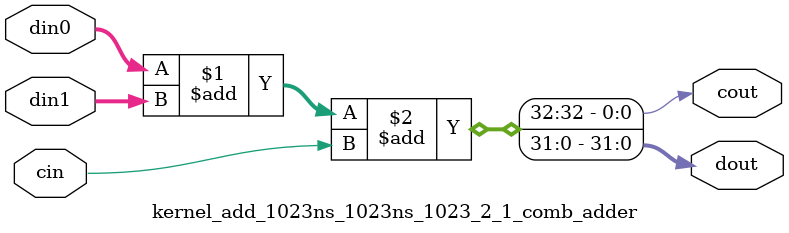
<source format=v>
`timescale 1 ns / 1 ps

module kernel_add_1023ns_1023ns_1023_2_1(clk, reset, ce, din0, din1, dout);
parameter ID         = 1;              // core ID, unused in RTL
parameter NUM_STAGE  = 2;
parameter din0_WIDTH = 1023;   // data bitwidth
parameter din1_WIDTH = 1023;   // 
parameter dout_WIDTH = 1023;   // output bitwidth

// ---- input/output ports list here ----
input   clk;
input   reset;
input   ce;
input  [din0_WIDTH - 1 : 0] din0;
input  [din1_WIDTH - 1 : 0] din1;

output [dout_WIDTH - 1 : 0] dout;
//   

// wire for the primary inputs
wire [1023 - 1 : 0] ain_s0 = din0;
wire [1023 - 1 : 0] bin_s0 = din1;

// This AddSub module have totally 2 stages. For each stage the adder's width are:
// [511,512]
//  
//   

// Stage 1 logic
wire [511 - 1 : 0]    fas_s1;
wire                 facout_s1;
// 
reg  [512 - 1 : 0]    ain_s1;
reg  [512 - 1 : 0]    bin_s1;
reg  [511 - 1 : 0]    sum_s1;
reg                  carry_s1;
// 
//  
//  
// 
kernel_add_1023ns_1023ns_1023_2_1_comb_adder #(
    .N    ( 511 )
) u1 (
    .din0    ( ain_s0[511 - 1 : 0] ),
    .din1    ( bin_s0[511 - 1 : 0] ),
    .cin  ( 1'b0 ),
    .dout    ( fas_s1 ),
    .cout ( facout_s1 )
);

// 
always @ (posedge clk) begin
    if (ce) begin
        sum_s1   <= fas_s1;
        carry_s1 <= facout_s1;
    end
end

always @ (posedge clk) begin
    if (ce) begin
        ain_s1 <= ain_s0[1023 - 1 : 511];
    end
end

always @ (posedge clk) begin
    if (ce) begin
        bin_s1 <= bin_s0[1023 - 1 : 511];
    end
end
//  
//   

// Stage 2 logic
wire [512 - 1 : 0]    fas_s2;
wire                 facout_s2;
// 
// 
kernel_add_1023ns_1023ns_1023_2_1_comb_adder #(
    .N    ( 512 )
) u2 (
    .din0    ( ain_s1[512 - 1 : 0] ),
    .din1    ( bin_s1[512 - 1 : 0] ),
    .cin  ( carry_s1 ),
    .dout    ( fas_s2 ),
    .cout ( facout_s2 )
);

// 
assign dout = {fas_s2, sum_s1 };
//  
// 
endmodule

// small adder
module kernel_add_1023ns_1023ns_1023_2_1_comb_adder 
#(parameter
    N = 32
)(
    input  [N-1 : 0]    din0,
    input  [N-1 : 0]    din1,
    input  wire         cin,
    output [N-1 : 0]    dout,
    output wire         cout
);
assign {cout, dout} = din0 + din1 + cin;
endmodule
// 

</source>
